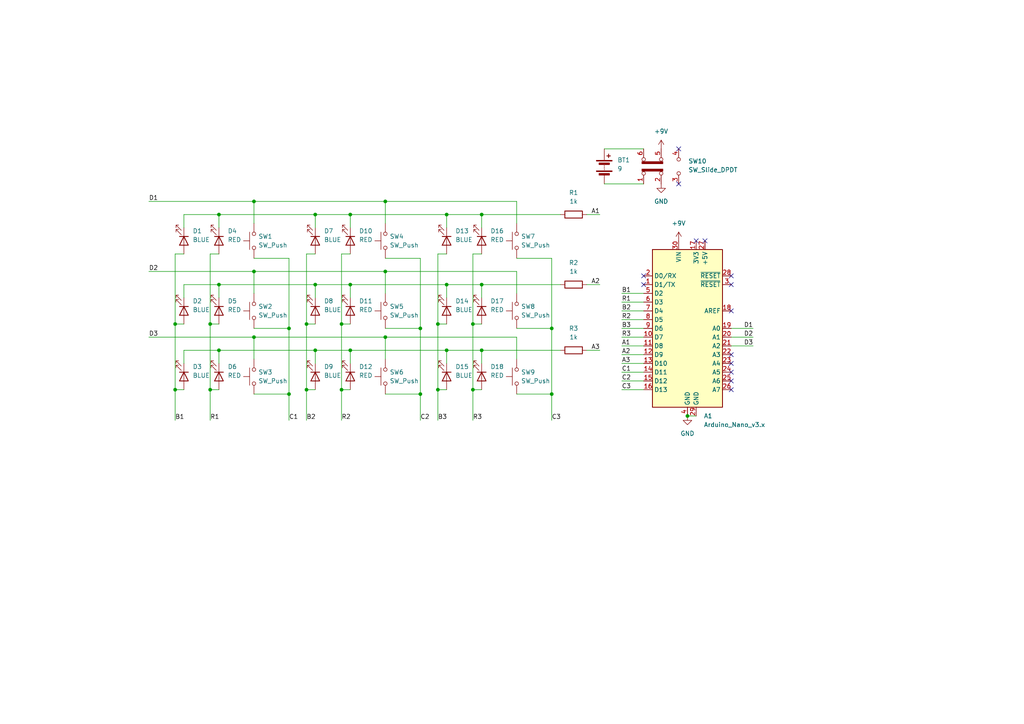
<source format=kicad_sch>
(kicad_sch (version 20231120) (generator "eeschema") (generator_version "8.0")
  (paper "A4")
  (lib_symbols
    (symbol "Device:Battery" (pin_numbers hide) (pin_names (offset 0) hide)
      (property "Reference" "BT" (at 2.54 2.54 0))
      (property "Value" "Battery" (at 2.54 0 0))
      (symbol "Battery_0_1"
        (rectangle (start -2.286 -1.27) (end 2.286 -1.524) (fill (type outline)))
        (rectangle (start -2.286 1.778) (end 2.286 1.524) (fill (type outline)))
        (rectangle (start -1.524 -2.032) (end 1.524 -2.54) (fill (type outline)))
        (rectangle (start -1.524 1.016) (end 1.524 0.508) (fill (type outline)))
        (polyline (pts (xy 0 -1.016) (xy 0 -0.762)))
        (polyline (pts (xy 0 -0.508) (xy 0 -0.254)))
        (polyline (pts (xy 0 0) (xy 0 0.254)))
        (polyline (pts (xy 0 1.778) (xy 0 2.54)))
        (polyline (pts (xy 0.762 3.048) (xy 1.778 3.048)) (stroke (width 0.254)))
        (polyline (pts (xy 1.27 3.556) (xy 1.27 2.54)) (stroke (width 0.254)))
      )
      (symbol "Battery_1_1"
        (pin passive line (at 0 5.08 270) (length 2.54) (name "+") (number "1"))
        (pin passive line (at 0 -5.08 90) (length 2.54) (name "-") (number "2"))
      )
    )
    (symbol "Device:LED" (pin_numbers hide) (pin_names (offset 1.016) hide)
      (property "Reference" "D" (at 0 2.54 0))
      (property "Value" "LED" (at 0 -2.54 0))
      (symbol "LED_0_1"
        (polyline (pts (xy -1.27 -1.27) (xy -1.27 1.27)) (stroke (width 0.254)))
        (polyline (pts (xy -1.27 0) (xy 1.27 0)))
        (polyline (pts (xy 1.27 -1.27) (xy 1.27 1.27) (xy -1.27 0) (xy 1.27 -1.27)) (stroke (width 0.254)))
        (polyline (pts (xy -3.048 -0.762) (xy -4.572 -2.286) (xy -3.81 -2.286) (xy -4.572 -2.286) (xy -4.572 -1.524)))
        (polyline (pts (xy -1.778 -0.762) (xy -3.302 -2.286) (xy -2.54 -2.286) (xy -3.302 -2.286) (xy -3.302 -1.524)))
      )
      (symbol "LED_1_1"
        (pin passive line (at -3.81 0 0) (length 2.54) (name "K") (number "1"))
        (pin passive line (at 3.81 0 180) (length 2.54) (name "A") (number "2"))
      )
    )
    (symbol "Device:R" (pin_numbers hide) (pin_names (offset 0))
      (property "Reference" "R" (at 2.032 0 90))
      (property "Value" "R" (at 0 0 90))
      (symbol "R_0_1"
        (rectangle (start -1.016 -2.54) (end 1.016 2.54) (stroke (width 0.254)))
      )
      (symbol "R_1_1"
        (pin passive line (at 0 3.81 270) (length 1.27) (name "~") (number "1"))
        (pin passive line (at 0 -3.81 90) (length 1.27) (name "~") (number "2"))
      )
    )
    (symbol "MCU_Module:Arduino_Nano_v3.x"
      (property "Reference" "A" (at -10.16 23.495 0))
      (property "Value" "Arduino_Nano_v3.x" (at 5.08 -24.13 0))
      (symbol "Arduino_Nano_v3.x_0_1"
        (rectangle (start -10.16 22.86) (end 10.16 -22.86) (stroke (width 0.254)) (fill (type background)))
      )
      (symbol "Arduino_Nano_v3.x_1_1"
        (pin bidirectional line (at -12.7 12.7 0) (length 2.54) (name "D1/TX") (number "1"))
        (pin bidirectional line (at -12.7 -2.54 0) (length 2.54) (name "D7") (number "10"))
        (pin bidirectional line (at -12.7 -5.08 0) (length 2.54) (name "D8") (number "11"))
        (pin bidirectional line (at -12.7 -7.62 0) (length 2.54) (name "D9") (number "12"))
        (pin bidirectional line (at -12.7 -10.16 0) (length 2.54) (name "D10") (number "13"))
        (pin bidirectional line (at -12.7 -12.7 0) (length 2.54) (name "D11") (number "14"))
        (pin bidirectional line (at -12.7 -15.24 0) (length 2.54) (name "D12") (number "15"))
        (pin bidirectional line (at -12.7 -17.78 0) (length 2.54) (name "D13") (number "16"))
        (pin power_out line (at 2.54 25.4 270) (length 2.54) (name "3V3") (number "17"))
        (pin input line (at 12.7 5.08 180) (length 2.54) (name "AREF") (number "18"))
        (pin bidirectional line (at 12.7 0 180) (length 2.54) (name "A0") (number "19"))
        (pin bidirectional line (at -12.7 15.24 0) (length 2.54) (name "D0/RX") (number "2"))
        (pin bidirectional line (at 12.7 -2.54 180) (length 2.54) (name "A1") (number "20"))
        (pin bidirectional line (at 12.7 -5.08 180) (length 2.54) (name "A2") (number "21"))
        (pin bidirectional line (at 12.7 -7.62 180) (length 2.54) (name "A3") (number "22"))
        (pin bidirectional line (at 12.7 -10.16 180) (length 2.54) (name "A4") (number "23"))
        (pin bidirectional line (at 12.7 -12.7 180) (length 2.54) (name "A5") (number "24"))
        (pin bidirectional line (at 12.7 -15.24 180) (length 2.54) (name "A6") (number "25"))
        (pin bidirectional line (at 12.7 -17.78 180) (length 2.54) (name "A7") (number "26"))
        (pin power_out line (at 5.08 25.4 270) (length 2.54) (name "+5V") (number "27"))
        (pin input line (at 12.7 15.24 180) (length 2.54) (name "~{RESET}") (number "28"))
        (pin power_in line (at 2.54 -25.4 90) (length 2.54) (name "GND") (number "29"))
        (pin input line (at 12.7 12.7 180) (length 2.54) (name "~{RESET}") (number "3"))
        (pin power_in line (at -2.54 25.4 270) (length 2.54) (name "VIN") (number "30"))
        (pin power_in line (at 0 -25.4 90) (length 2.54) (name "GND") (number "4"))
        (pin bidirectional line (at -12.7 10.16 0) (length 2.54) (name "D2") (number "5"))
        (pin bidirectional line (at -12.7 7.62 0) (length 2.54) (name "D3") (number "6"))
        (pin bidirectional line (at -12.7 5.08 0) (length 2.54) (name "D4") (number "7"))
        (pin bidirectional line (at -12.7 2.54 0) (length 2.54) (name "D5") (number "8"))
        (pin bidirectional line (at -12.7 0 0) (length 2.54) (name "D6") (number "9"))
      )
    )
    (symbol "Switch:SW_Push" (pin_numbers hide) (pin_names (offset 1.016) hide)
      (property "Reference" "SW" (at 1.27 2.54 0))
      (property "Value" "SW_Push" (at 0 -1.524 0))
      (symbol "SW_Push_0_1"
        (circle (center -2.032 0) (radius 0.508))
        (polyline (pts (xy 0 1.27) (xy 0 3.048)))
        (polyline (pts (xy 2.54 1.27) (xy -2.54 1.27)))
        (circle (center 2.032 0) (radius 0.508))
        (pin passive line (at -5.08 0 0) (length 2.54) (name "1") (number "1"))
        (pin passive line (at 5.08 0 180) (length 2.54) (name "2") (number "2"))
      )
    )
    (symbol "Switch:SW_Slide_DPDT" (pin_names (offset 0) hide)
      (property "Reference" "SW" (at 0 6.858 0))
      (property "Value" "SW_Slide_DPDT" (at 0 -8.128 0))
      (symbol "SW_Slide_DPDT_0_0"
        (circle (center -2.032 -5.08) (radius 0.508))
        (circle (center -2.032 5.08) (radius 0.508))
        (circle (center 2.032 -5.08) (radius 0.508))
        (circle (center 2.032 0) (radius 0.508))
      )
      (symbol "SW_Slide_DPDT_0_1"
        (circle (center -2.032 0) (radius 0.508))
        (circle (center 2.032 5.08) (radius 0.508))
      )
      (symbol "SW_Slide_DPDT_1_1"
        (rectangle (start -1.397 5.588) (end -0.762 -0.508) (fill (type outline)))
        (rectangle (start 0.762 5.588) (end 1.397 -0.508) (fill (type outline)))
        (pin passive line (at -5.08 5.08 0) (length 2.54) (name "A") (number "1"))
        (pin passive line (at -5.08 0 0) (length 2.54) (name "B") (number "2"))
        (pin passive line (at -5.08 -5.08 0) (length 2.54) (name "C") (number "3"))
        (pin passive line (at 5.08 -5.08 180) (length 2.54) (name "A") (number "4"))
        (pin passive line (at 5.08 0 180) (length 2.54) (name "B") (number "5"))
        (pin passive line (at 5.08 5.08 180) (length 2.54) (name "C") (number "6"))
      )
    )
    (symbol "power:+9V" (power) (pin_numbers hide) (pin_names (offset 0) hide)
      (property "Value" "+9V" (at 0 3.556 0))
      (symbol "+9V_0_1"
        (polyline (pts (xy -0.762 1.27) (xy 0 2.54)))
        (polyline (pts (xy 0 0) (xy 0 2.54)))
        (polyline (pts (xy 0 2.54) (xy 0.762 1.27)))
      )
      (symbol "+9V_1_1"
        (pin power_in line (at 0 0 90) (length 0) (name "~") (number "1"))
      )
    )
    (symbol "power:GND" (power) (pin_numbers hide) (pin_names (offset 0) hide)
      (property "Value" "GND" (at 0 -3.81 0))
      (symbol "GND_0_1"
        (polyline (pts (xy 0 0) (xy 0 -1.27) (xy 1.27 -1.27) (xy 0 -2.54) (xy -1.27 -1.27) (xy 0 -1.27)))
      )
      (symbol "GND_1_1"
        (pin power_in line (at 0 0 270) (length 0) (name "~") (number "1"))
      )
    )
  )
  (junction (at 121.92 114.3))
  (junction (at 129.54 62.23))
  (junction (at 160.02 114.3))
  (junction (at 129.54 82.55))
  (junction (at 50.8 113.03))
  (junction (at 91.44 101.6))
  (junction (at 73.66 58.42))
  (junction (at 50.8 93.98))
  (junction (at 63.5 62.23))
  (junction (at 60.96 113.03))
  (junction (at 60.96 93.98))
  (junction (at 111.76 97.79))
  (junction (at 99.06 113.03))
  (junction (at 63.5 101.6))
  (junction (at 73.66 97.79))
  (junction (at 137.16 113.03))
  (junction (at 160.02 95.25))
  (junction (at 88.9 113.03))
  (junction (at 139.7 62.23))
  (junction (at 91.44 82.55))
  (junction (at 101.6 62.23))
  (junction (at 111.76 58.42))
  (junction (at 139.7 101.6))
  (junction (at 101.6 101.6))
  (junction (at 83.82 114.3))
  (junction (at 73.66 78.74))
  (junction (at 83.82 95.25))
  (junction (at 63.5 82.55))
  (junction (at 127 113.03))
  (junction (at 99.06 93.98))
  (junction (at 88.9 93.98))
  (junction (at 101.6 82.55))
  (junction (at 127 93.98))
  (junction (at 129.54 101.6))
  (junction (at 91.44 62.23))
  (junction (at 139.7 82.55))
  (junction (at 137.16 93.98))
  (junction (at 199.39 120.65))
  (junction (at 121.92 95.25))
  (junction (at 111.76 78.74))
  (no_connect (at 186.69 82.55))
  (no_connect (at 196.85 43.18))
  (no_connect (at 204.47 69.85))
  (no_connect (at 212.09 90.17))
  (no_connect (at 212.09 82.55))
  (no_connect (at 212.09 113.03))
  (no_connect (at 212.09 107.95))
  (no_connect (at 212.09 102.87))
  (no_connect (at 212.09 110.49))
  (no_connect (at 186.69 80.01))
  (no_connect (at 212.09 105.41))
  (no_connect (at 201.93 69.85))
  (no_connect (at 196.85 53.34))
  (no_connect (at 212.09 80.01))
  (wire (pts (xy 111.76 58.42) (xy 149.86 58.42)))
  (wire (pts (xy 180.34 102.87) (xy 186.69 102.87)))
  (wire (pts (xy 53.34 82.55) (xy 63.5 82.55)))
  (wire (pts (xy 88.9 93.98) (xy 91.44 93.98)))
  (wire (pts (xy 127 93.98) (xy 127 113.03)))
  (wire (pts (xy 63.5 82.55) (xy 63.5 86.36)))
  (wire (pts (xy 73.66 97.79) (xy 73.66 104.14)))
  (wire (pts (xy 73.66 95.25) (xy 83.82 95.25)))
  (wire (pts (xy 127 93.98) (xy 129.54 93.98)))
  (wire (pts (xy 139.7 101.6) (xy 162.56 101.6)))
  (wire (pts (xy 127 73.66) (xy 127 93.98)))
  (wire (pts (xy 53.34 101.6) (xy 63.5 101.6)))
  (wire (pts (xy 170.18 62.23) (xy 173.99 62.23)))
  (wire (pts (xy 60.96 113.03) (xy 63.5 113.03)))
  (wire (pts (xy 63.5 62.23) (xy 91.44 62.23)))
  (wire (pts (xy 88.9 73.66) (xy 88.9 93.98)))
  (wire (pts (xy 137.16 113.03) (xy 137.16 121.92)))
  (wire (pts (xy 60.96 73.66) (xy 60.96 93.98)))
  (wire (pts (xy 53.34 105.41) (xy 53.34 101.6)))
  (wire (pts (xy 129.54 66.04) (xy 129.54 62.23)))
  (wire (pts (xy 91.44 101.6) (xy 101.6 101.6)))
  (wire (pts (xy 53.34 62.23) (xy 63.5 62.23)))
  (wire (pts (xy 160.02 114.3) (xy 160.02 121.92)))
  (wire (pts (xy 111.76 74.93) (xy 121.92 74.93)))
  (wire (pts (xy 101.6 82.55) (xy 101.6 86.36)))
  (wire (pts (xy 60.96 93.98) (xy 60.96 113.03)))
  (wire (pts (xy 129.54 86.36) (xy 129.54 82.55)))
  (wire (pts (xy 101.6 62.23) (xy 129.54 62.23)))
  (wire (pts (xy 121.92 95.25) (xy 121.92 114.3)))
  (wire (pts (xy 43.18 58.42) (xy 73.66 58.42)))
  (wire (pts (xy 50.8 113.03) (xy 50.8 121.92)))
  (wire (pts (xy 73.66 58.42) (xy 73.66 64.77)))
  (wire (pts (xy 88.9 113.03) (xy 88.9 121.92)))
  (wire (pts (xy 186.69 95.25) (xy 180.34 95.25)))
  (wire (pts (xy 99.06 93.98) (xy 101.6 93.98)))
  (wire (pts (xy 186.69 87.63) (xy 180.34 87.63)))
  (wire (pts (xy 101.6 101.6) (xy 101.6 105.41)))
  (wire (pts (xy 129.54 62.23) (xy 139.7 62.23)))
  (wire (pts (xy 99.06 113.03) (xy 101.6 113.03)))
  (wire (pts (xy 149.86 58.42) (xy 149.86 64.77)))
  (wire (pts (xy 63.5 101.6) (xy 63.5 105.41)))
  (wire (pts (xy 149.86 97.79) (xy 149.86 104.14)))
  (wire (pts (xy 149.86 114.3) (xy 160.02 114.3)))
  (wire (pts (xy 129.54 82.55) (xy 139.7 82.55)))
  (wire (pts (xy 212.09 100.33) (xy 218.44 100.33)))
  (wire (pts (xy 83.82 95.25) (xy 83.82 114.3)))
  (wire (pts (xy 139.7 62.23) (xy 162.56 62.23)))
  (wire (pts (xy 88.9 93.98) (xy 88.9 113.03)))
  (wire (pts (xy 73.66 78.74) (xy 111.76 78.74)))
  (wire (pts (xy 175.26 43.18) (xy 186.69 43.18)))
  (wire (pts (xy 88.9 73.66) (xy 91.44 73.66)))
  (wire (pts (xy 170.18 101.6) (xy 173.99 101.6)))
  (wire (pts (xy 111.76 58.42) (xy 111.76 64.77)))
  (wire (pts (xy 60.96 113.03) (xy 60.96 121.92)))
  (wire (pts (xy 137.16 73.66) (xy 137.16 93.98)))
  (wire (pts (xy 170.18 82.55) (xy 173.99 82.55)))
  (wire (pts (xy 63.5 62.23) (xy 63.5 66.04)))
  (wire (pts (xy 60.96 73.66) (xy 63.5 73.66)))
  (wire (pts (xy 127 113.03) (xy 129.54 113.03)))
  (wire (pts (xy 139.7 82.55) (xy 162.56 82.55)))
  (wire (pts (xy 91.44 86.36) (xy 91.44 82.55)))
  (wire (pts (xy 160.02 95.25) (xy 160.02 114.3)))
  (wire (pts (xy 73.66 58.42) (xy 111.76 58.42)))
  (wire (pts (xy 53.34 66.04) (xy 53.34 62.23)))
  (wire (pts (xy 139.7 82.55) (xy 139.7 86.36)))
  (wire (pts (xy 186.69 85.09) (xy 180.34 85.09)))
  (wire (pts (xy 139.7 101.6) (xy 139.7 105.41)))
  (wire (pts (xy 180.34 107.95) (xy 186.69 107.95)))
  (wire (pts (xy 99.06 73.66) (xy 99.06 93.98)))
  (wire (pts (xy 43.18 97.79) (xy 73.66 97.79)))
  (wire (pts (xy 43.18 78.74) (xy 73.66 78.74)))
  (wire (pts (xy 180.34 110.49) (xy 186.69 110.49)))
  (wire (pts (xy 50.8 73.66) (xy 50.8 93.98)))
  (wire (pts (xy 63.5 82.55) (xy 91.44 82.55)))
  (wire (pts (xy 101.6 62.23) (xy 101.6 66.04)))
  (wire (pts (xy 50.8 113.03) (xy 53.34 113.03)))
  (wire (pts (xy 175.26 53.34) (xy 186.69 53.34)))
  (wire (pts (xy 99.06 93.98) (xy 99.06 113.03)))
  (wire (pts (xy 73.66 74.93) (xy 83.82 74.93)))
  (wire (pts (xy 91.44 66.04) (xy 91.44 62.23)))
  (wire (pts (xy 186.69 90.17) (xy 180.34 90.17)))
  (wire (pts (xy 149.86 95.25) (xy 160.02 95.25)))
  (wire (pts (xy 73.66 114.3) (xy 83.82 114.3)))
  (wire (pts (xy 149.86 74.93) (xy 160.02 74.93)))
  (wire (pts (xy 149.86 78.74) (xy 149.86 85.09)))
  (wire (pts (xy 91.44 105.41) (xy 91.44 101.6)))
  (wire (pts (xy 83.82 114.3) (xy 83.82 121.92)))
  (wire (pts (xy 127 73.66) (xy 129.54 73.66)))
  (wire (pts (xy 139.7 62.23) (xy 139.7 66.04)))
  (wire (pts (xy 73.66 97.79) (xy 111.76 97.79)))
  (wire (pts (xy 83.82 74.93) (xy 83.82 95.25)))
  (wire (pts (xy 91.44 62.23) (xy 101.6 62.23)))
  (wire (pts (xy 99.06 73.66) (xy 101.6 73.66)))
  (wire (pts (xy 88.9 113.03) (xy 91.44 113.03)))
  (wire (pts (xy 63.5 101.6) (xy 91.44 101.6)))
  (wire (pts (xy 50.8 73.66) (xy 53.34 73.66)))
  (wire (pts (xy 121.92 114.3) (xy 121.92 121.92)))
  (wire (pts (xy 60.96 93.98) (xy 63.5 93.98)))
  (wire (pts (xy 137.16 93.98) (xy 137.16 113.03)))
  (wire (pts (xy 73.66 78.74) (xy 73.66 85.09)))
  (wire (pts (xy 129.54 101.6) (xy 139.7 101.6)))
  (wire (pts (xy 212.09 95.25) (xy 218.44 95.25)))
  (wire (pts (xy 111.76 114.3) (xy 121.92 114.3)))
  (wire (pts (xy 111.76 78.74) (xy 149.86 78.74)))
  (wire (pts (xy 212.09 97.79) (xy 218.44 97.79)))
  (wire (pts (xy 50.8 93.98) (xy 53.34 93.98)))
  (wire (pts (xy 137.16 113.03) (xy 139.7 113.03)))
  (wire (pts (xy 129.54 105.41) (xy 129.54 101.6)))
  (wire (pts (xy 99.06 113.03) (xy 99.06 121.92)))
  (wire (pts (xy 180.34 105.41) (xy 186.69 105.41)))
  (wire (pts (xy 101.6 101.6) (xy 129.54 101.6)))
  (wire (pts (xy 91.44 82.55) (xy 101.6 82.55)))
  (wire (pts (xy 111.76 78.74) (xy 111.76 85.09)))
  (wire (pts (xy 186.69 92.71) (xy 180.34 92.71)))
  (wire (pts (xy 137.16 93.98) (xy 139.7 93.98)))
  (wire (pts (xy 111.76 97.79) (xy 149.86 97.79)))
  (wire (pts (xy 186.69 97.79) (xy 180.34 97.79)))
  (wire (pts (xy 111.76 95.25) (xy 121.92 95.25)))
  (wire (pts (xy 180.34 113.03) (xy 186.69 113.03)))
  (wire (pts (xy 50.8 93.98) (xy 50.8 113.03)))
  (wire (pts (xy 111.76 97.79) (xy 111.76 104.14)))
  (wire (pts (xy 180.34 100.33) (xy 186.69 100.33)))
  (wire (pts (xy 199.39 120.65) (xy 201.93 120.65)))
  (wire (pts (xy 139.7 73.66) (xy 137.16 73.66)))
  (wire (pts (xy 101.6 82.55) (xy 129.54 82.55)))
  (wire (pts (xy 121.92 74.93) (xy 121.92 95.25)))
  (wire (pts (xy 53.34 86.36) (xy 53.34 82.55)))
  (wire (pts (xy 127 113.03) (xy 127 121.92)))
  (wire (pts (xy 160.02 74.93) (xy 160.02 95.25)))
  (label "D3" (at 218.44 100.33 180))
  (label "B1" (at 180.34 85.09 0))
  (label "B3" (at 127 121.92 0))
  (label "C2" (at 121.92 121.92 0))
  (label "C3" (at 180.34 113.03 0))
  (label "B2" (at 180.34 90.17 0))
  (label "B3" (at 180.34 95.25 0))
  (label "C3" (at 160.02 121.92 0))
  (label "R2" (at 99.06 121.92 0))
  (label "R3" (at 180.34 97.79 0))
  (label "A1" (at 173.99 62.23 180))
  (label "A2" (at 180.34 102.87 0))
  (label "A1" (at 180.34 100.33 0))
  (label "C2" (at 180.34 110.49 0))
  (label "A3" (at 180.34 105.41 0))
  (label "R1" (at 60.96 121.92 0))
  (label "B1" (at 50.8 121.92 0))
  (label "A3" (at 173.99 101.6 180))
  (label "D1" (at 218.44 95.25 180))
  (label "B2" (at 88.9 121.92 0))
  (label "D1" (at 43.18 58.42 0))
  (label "C1" (at 83.82 121.92 0))
  (label "A2" (at 173.99 82.55 180))
  (label "R3" (at 137.16 121.92 0))
  (label "D2" (at 43.18 78.74 0))
  (label "C1" (at 180.34 107.95 0))
  (label "R2" (at 180.34 92.71 0))
  (label "D3" (at 43.18 97.79 0))
  (label "R1" (at 180.34 87.63 0))
  (label "D2" (at 218.44 97.79 180))
  (symbol (lib_id "power:GND") (at 191.77 53.34 0) (unit 1)
    (property "Reference" "#PWR02" (effects (hide yes)))
    (property "Value" "GND" (at 191.77 58.42 0))
    (property "Description" "Power symbol creates a global label with name \"GND\" , ground" (effects (hide yes)))
  )
  (symbol (lib_id "Device:R") (at 166.37 62.23 90) (unit 1)
    (property "Reference" "R1" (at 166.37 55.88 90))
    (property "Value" "1k" (at 166.37 58.42 90))
    (property "Footprint" "Resistor_THT:R_Axial_DIN0207_L6.3mm_D2.5mm_P10.16mm_Horizontal" (effects (hide yes)))
    (property "Description" "Resistor" (effects (hide yes)))
  )
  (symbol (lib_id "Device:LED") (at 129.54 90.17 270) (unit 1)
    (property "Reference" "D14" (at 132.08 87.3124 90) (effects (justify left)))
    (property "Value" "BLUE" (at 132.08 89.8524 90) (effects (justify left)))
    (property "Footprint" "LED_THT:LED_D5.0mm" (effects (hide yes)))
    (property "Description" "Light emitting diode" (effects (hide yes)))
  )
  (symbol (lib_id "Device:LED") (at 101.6 90.17 270) (unit 1)
    (property "Reference" "D11" (at 104.14 87.3124 90) (effects (justify left)))
    (property "Value" "RED" (at 104.14 89.8524 90) (effects (justify left)))
    (property "Footprint" "LED_THT:LED_D5.0mm" (effects (hide yes)))
    (property "Description" "Light emitting diode" (effects (hide yes)))
  )
  (symbol (lib_id "power:+9V") (at 196.85 69.85 0) (unit 1)
    (property "Reference" "#PWR03" (effects (hide yes)))
    (property "Value" "+9V" (at 196.85 64.77 0))
    (property "Description" "Power symbol creates a global label with name \"+9V\"" (effects (hide yes)))
  )
  (symbol (lib_id "Device:LED") (at 53.34 90.17 270) (unit 1)
    (property "Reference" "D2" (at 55.88 87.3124 90) (effects (justify left)))
    (property "Value" "BLUE" (at 55.88 89.8524 90) (effects (justify left)))
    (property "Footprint" "LED_THT:LED_D5.0mm" (effects (hide yes)))
    (property "Description" "Light emitting diode" (effects (hide yes)))
  )
  (symbol (lib_id "Device:LED") (at 129.54 69.85 270) (unit 1)
    (property "Reference" "D13" (at 132.08 66.9924 90) (effects (justify left)))
    (property "Value" "BLUE" (at 132.08 69.5324 90) (effects (justify left)))
    (property "Footprint" "LED_THT:LED_D5.0mm" (effects (hide yes)))
    (property "Description" "Light emitting diode" (effects (hide yes)))
  )
  (symbol (lib_id "Device:LED") (at 129.54 109.22 270) (unit 1)
    (property "Reference" "D15" (at 132.08 106.3624 90) (effects (justify left)))
    (property "Value" "BLUE" (at 132.08 108.9024 90) (effects (justify left)))
    (property "Footprint" "LED_THT:LED_D5.0mm" (effects (hide yes)))
    (property "Description" "Light emitting diode" (effects (hide yes)))
  )
  (symbol (lib_id "Device:R") (at 166.37 82.55 90) (unit 1)
    (property "Reference" "R2" (at 166.37 76.2 90))
    (property "Value" "1k" (at 166.37 78.74 90))
    (property "Footprint" "Resistor_THT:R_Axial_DIN0207_L6.3mm_D2.5mm_P10.16mm_Horizontal" (effects (hide yes)))
    (property "Description" "Resistor" (effects (hide yes)))
  )
  (symbol (lib_id "Device:Battery") (at 175.26 48.26 0) (unit 1)
    (property "Reference" "BT1" (at 179.07 46.4184 0) (effects (justify left)))
    (property "Value" "9" (at 179.07 48.9584 0) (effects (justify left)))
    (property "Footprint" "TerminalBlock:TerminalBlock_bornier-2_P5.08mm" (effects (hide yes)))
    (property "Description" "Multiple-cell battery" (effects (hide yes)))
  )
  (symbol (lib_id "Device:LED") (at 139.7 90.17 270) (unit 1)
    (property "Reference" "D17" (at 142.24 87.3124 90) (effects (justify left)))
    (property "Value" "RED" (at 142.24 89.8524 90) (effects (justify left)))
    (property "Footprint" "LED_THT:LED_D5.0mm" (effects (hide yes)))
    (property "Description" "Light emitting diode" (effects (hide yes)))
  )
  (symbol (lib_id "Device:LED") (at 139.7 109.22 270) (unit 1)
    (property "Reference" "D18" (at 142.24 106.3624 90) (effects (justify left)))
    (property "Value" "RED" (at 142.24 108.9024 90) (effects (justify left)))
    (property "Footprint" "LED_THT:LED_D5.0mm" (effects (hide yes)))
    (property "Description" "Light emitting diode" (effects (hide yes)))
  )
  (symbol (lib_id "Switch:SW_Push") (at 73.66 90.17 90) (unit 1)
    (property "Reference" "SW2" (at 74.93 88.8999 90) (effects (justify right)))
    (property "Value" "SW_Push" (at 74.93 91.4399 90) (effects (justify right)))
    (property "Footprint" "Button_Switch_THT:SW_PUSH_6mm" (effects (hide yes)))
    (property "Description" "Push button switch, generic, two pins" (effects (hide yes)))
  )
  (symbol (lib_id "Switch:SW_Push") (at 73.66 109.22 90) (unit 1)
    (property "Reference" "SW3" (at 74.93 107.9499 90) (effects (justify right)))
    (property "Value" "SW_Push" (at 74.93 110.4899 90) (effects (justify right)))
    (property "Footprint" "Button_Switch_THT:SW_PUSH_6mm" (effects (hide yes)))
    (property "Description" "Push button switch, generic, two pins" (effects (hide yes)))
  )
  (symbol (lib_id "Switch:SW_Push") (at 111.76 109.22 90) (unit 1)
    (property "Reference" "SW6" (at 113.03 107.9499 90) (effects (justify right)))
    (property "Value" "SW_Push" (at 113.03 110.4899 90) (effects (justify right)))
    (property "Footprint" "Button_Switch_THT:SW_PUSH_6mm" (effects (hide yes)))
    (property "Description" "Push button switch, generic, two pins" (effects (hide yes)))
  )
  (symbol (lib_id "Device:R") (at 166.37 101.6 90) (unit 1)
    (property "Reference" "R3" (at 166.37 95.25 90))
    (property "Value" "1k" (at 166.37 97.79 90))
    (property "Footprint" "Resistor_THT:R_Axial_DIN0207_L6.3mm_D2.5mm_P10.16mm_Horizontal" (effects (hide yes)))
    (property "Description" "Resistor" (effects (hide yes)))
  )
  (symbol (lib_id "Device:LED") (at 63.5 109.22 270) (unit 1)
    (property "Reference" "D6" (at 66.04 106.3624 90) (effects (justify left)))
    (property "Value" "RED" (at 66.04 108.9024 90) (effects (justify left)))
    (property "Footprint" "LED_THT:LED_D5.0mm" (effects (hide yes)))
    (property "Description" "Light emitting diode" (effects (hide yes)))
  )
  (symbol (lib_id "power:GND") (at 199.39 120.65 0) (unit 1)
    (property "Reference" "#PWR04" (effects (hide yes)))
    (property "Value" "GND" (at 199.39 125.73 0))
    (property "Description" "Power symbol creates a global label with name \"GND\" , ground" (effects (hide yes)))
  )
  (symbol (lib_id "power:+9V") (at 191.77 43.18 0) (unit 1)
    (property "Reference" "#PWR01" (effects (hide yes)))
    (property "Value" "+9V" (at 191.77 38.1 0))
    (property "Description" "Power symbol creates a global label with name \"+9V\"" (effects (hide yes)))
  )
  (symbol (lib_id "Device:LED") (at 91.44 109.22 270) (unit 1)
    (property "Reference" "D9" (at 93.98 106.3624 90) (effects (justify left)))
    (property "Value" "BLUE" (at 93.98 108.9024 90) (effects (justify left)))
    (property "Footprint" "LED_THT:LED_D5.0mm" (effects (hide yes)))
    (property "Description" "Light emitting diode" (effects (hide yes)))
  )
  (symbol (lib_id "Switch:SW_Push") (at 149.86 69.85 90) (unit 1)
    (property "Reference" "SW7" (at 151.13 68.5799 90) (effects (justify right)))
    (property "Value" "SW_Push" (at 151.13 71.1199 90) (effects (justify right)))
    (property "Footprint" "Button_Switch_THT:SW_PUSH_6mm" (effects (hide yes)))
    (property "Description" "Push button switch, generic, two pins" (effects (hide yes)))
  )
  (symbol (lib_id "Device:LED") (at 63.5 90.17 270) (unit 1)
    (property "Reference" "D5" (at 66.04 87.3124 90) (effects (justify left)))
    (property "Value" "RED" (at 66.04 89.8524 90) (effects (justify left)))
    (property "Footprint" "LED_THT:LED_D5.0mm" (effects (hide yes)))
    (property "Description" "Light emitting diode" (effects (hide yes)))
  )
  (symbol (lib_id "Device:LED") (at 63.5 69.85 270) (unit 1)
    (property "Reference" "D4" (at 66.04 66.9924 90) (effects (justify left)))
    (property "Value" "RED" (at 66.04 69.5324 90) (effects (justify left)))
    (property "Footprint" "LED_THT:LED_D5.0mm" (effects (hide yes)))
    (property "Description" "Light emitting diode" (effects (hide yes)))
  )
  (symbol (lib_id "Device:LED") (at 91.44 69.85 270) (unit 1)
    (property "Reference" "D7" (at 93.98 66.9924 90) (effects (justify left)))
    (property "Value" "BLUE" (at 93.98 69.5324 90) (effects (justify left)))
    (property "Footprint" "LED_THT:LED_D5.0mm" (effects (hide yes)))
    (property "Description" "Light emitting diode" (effects (hide yes)))
  )
  (symbol (lib_id "Switch:SW_Push") (at 149.86 109.22 90) (unit 1)
    (property "Reference" "SW9" (at 151.13 107.9499 90) (effects (justify right)))
    (property "Value" "SW_Push" (at 151.13 110.4899 90) (effects (justify right)))
    (property "Footprint" "Button_Switch_THT:SW_PUSH_6mm" (effects (hide yes)))
    (property "Description" "Push button switch, generic, two pins" (effects (hide yes)))
  )
  (symbol (lib_id "Switch:SW_Push") (at 111.76 69.85 90) (unit 1)
    (property "Reference" "SW4" (at 113.03 68.5799 90) (effects (justify right)))
    (property "Value" "SW_Push" (at 113.03 71.1199 90) (effects (justify right)))
    (property "Footprint" "Button_Switch_THT:SW_PUSH_6mm" (effects (hide yes)))
    (property "Description" "Push button switch, generic, two pins" (effects (hide yes)))
  )
  (symbol (lib_id "Device:LED") (at 53.34 69.85 270) (unit 1)
    (property "Reference" "D1" (at 55.88 66.9924 90) (effects (justify left)))
    (property "Value" "BLUE" (at 55.88 69.5324 90) (effects (justify left)))
    (property "Footprint" "LED_THT:LED_D5.0mm" (effects (hide yes)))
    (property "Description" "Light emitting diode" (effects (hide yes)))
  )
  (symbol (lib_id "Device:LED") (at 53.34 109.22 270) (unit 1)
    (property "Reference" "D3" (at 55.88 106.3624 90) (effects (justify left)))
    (property "Value" "BLUE" (at 55.88 108.9024 90) (effects (justify left)))
    (property "Footprint" "LED_THT:LED_D5.0mm" (effects (hide yes)))
    (property "Description" "Light emitting diode" (effects (hide yes)))
  )
  (symbol (lib_id "Switch:SW_Slide_DPDT") (at 191.77 48.26 90) (unit 1)
    (property "Reference" "SW10" (at 199.644 46.736 90) (effects (justify right)))
    (property "Value" "SW_Slide_DPDT" (at 199.644 49.276 90) (effects (justify right)))
    (property "Footprint" "Button_Switch_THT:SW_CK_JS202011CQN_DPDT_Straight" (effects (hide yes)))
    (property "Description" "Slide Switch, dual pole double throw" (effects (hide yes)))
  )
  (symbol (lib_id "Device:LED") (at 139.7 69.85 270) (unit 1)
    (property "Reference" "D16" (at 142.24 66.9924 90) (effects (justify left)))
    (property "Value" "RED" (at 142.24 69.5324 90) (effects (justify left)))
    (property "Footprint" "LED_THT:LED_D5.0mm" (effects (hide yes)))
    (property "Description" "Light emitting diode" (effects (hide yes)))
  )
  (symbol (lib_id "Device:LED") (at 101.6 69.85 270) (unit 1)
    (property "Reference" "D10" (at 104.14 66.9924 90) (effects (justify left)))
    (property "Value" "RED" (at 104.14 69.5324 90) (effects (justify left)))
    (property "Footprint" "LED_THT:LED_D5.0mm" (effects (hide yes)))
    (property "Description" "Light emitting diode" (effects (hide yes)))
  )
  (symbol (lib_id "Switch:SW_Push") (at 73.66 69.85 90) (unit 1)
    (property "Reference" "SW1" (at 74.93 68.5799 90) (effects (justify right)))
    (property "Value" "SW_Push" (at 74.93 71.1199 90) (effects (justify right)))
    (property "Footprint" "Button_Switch_THT:SW_PUSH_6mm" (effects (hide yes)))
    (property "Description" "Push button switch, generic, two pins" (effects (hide yes)))
  )
  (symbol (lib_id "Switch:SW_Push") (at 149.86 90.17 90) (unit 1)
    (property "Reference" "SW8" (at 151.13 88.8999 90) (effects (justify right)))
    (property "Value" "SW_Push" (at 151.13 91.4399 90) (effects (justify right)))
    (property "Footprint" "Button_Switch_THT:SW_PUSH_6mm" (effects (hide yes)))
    (property "Description" "Push button switch, generic, two pins" (effects (hide yes)))
  )
  (symbol (lib_id "MCU_Module:Arduino_Nano_v3.x") (at 199.39 95.25 0) (unit 1)
    (property "Reference" "A1" (at 204.1241 120.65 0) (effects (justify left)))
    (property "Value" "Arduino_Nano_v3.x" (at 204.1241 123.19 0) (effects (justify left)))
    (property "Footprint" "Module:Arduino_Nano" (effects (hide yes)))
    (property "Datasheet" "http://www.mouser.com/pdfdocs/Gravitech_Arduino_Nano3_0.pdf" (effects (hide yes)))
    (property "Description" "Arduino Nano v3.x" (effects (hide yes)))
  )
  (symbol (lib_id "Device:LED") (at 101.6 109.22 270) (unit 1)
    (property "Reference" "D12" (at 104.14 106.3624 90) (effects (justify left)))
    (property "Value" "RED" (at 104.14 108.9024 90) (effects (justify left)))
    (property "Footprint" "LED_THT:LED_D5.0mm" (effects (hide yes)))
    (property "Description" "Light emitting diode" (effects (hide yes)))
  )
  (symbol (lib_id "Device:LED") (at 91.44 90.17 270) (unit 1)
    (property "Reference" "D8" (at 93.98 87.3124 90) (effects (justify left)))
    (property "Value" "BLUE" (at 93.98 89.8524 90) (effects (justify left)))
    (property "Footprint" "LED_THT:LED_D5.0mm" (effects (hide yes)))
    (property "Description" "Light emitting diode" (effects (hide yes)))
  )
  (symbol (lib_id "Switch:SW_Push") (at 111.76 90.17 90) (unit 1)
    (property "Reference" "SW5" (at 113.03 88.8999 90) (effects (justify right)))
    (property "Value" "SW_Push" (at 113.03 91.4399 90) (effects (justify right)))
    (property "Footprint" "Button_Switch_THT:SW_PUSH_6mm" (effects (hide yes)))
    (property "Description" "Push button switch, generic, two pins" (effects (hide yes)))
  )
)
</source>
